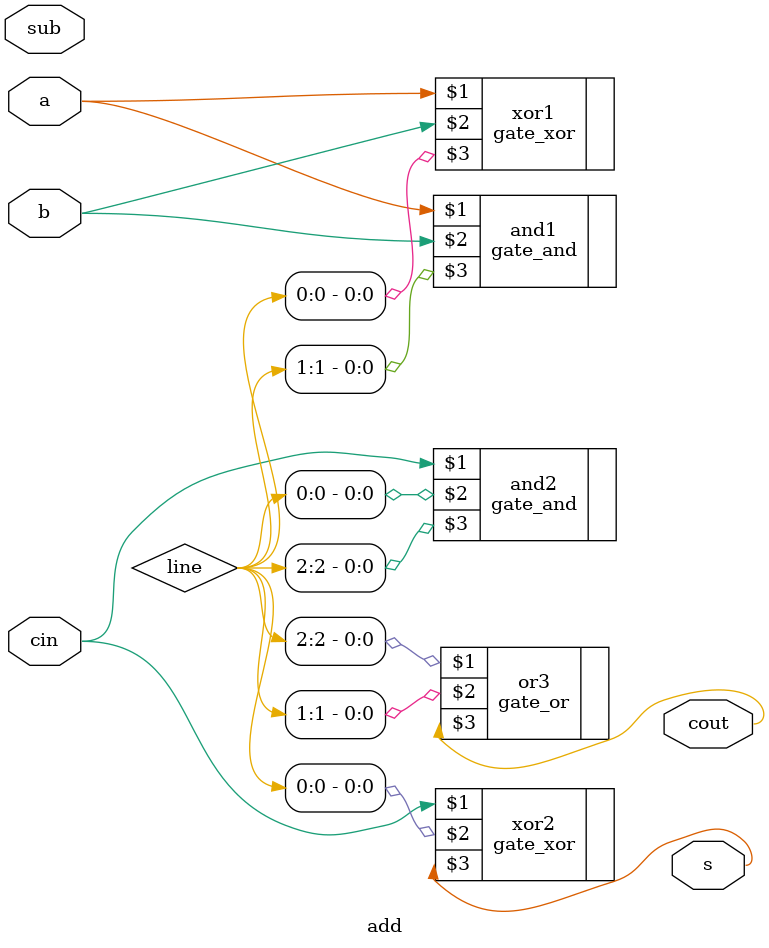
<source format=v>
module add (a, b, cin, sub, s, cout);
   input a, b, cin, sub;
   output s, cout;
   /* verilator lint_off UNOPTFLAT */
   wire [2:0] line;

   gate_xor xor1 (a, b, line[0]);
   gate_xor xor2 (cin, line[0], s);
   gate_and and1 (a, b, line[1]);
   gate_and and2 (cin, line[0], line[2]);
   gate_or or3 (line[2], line[1], cout);
endmodule // full_add

</source>
